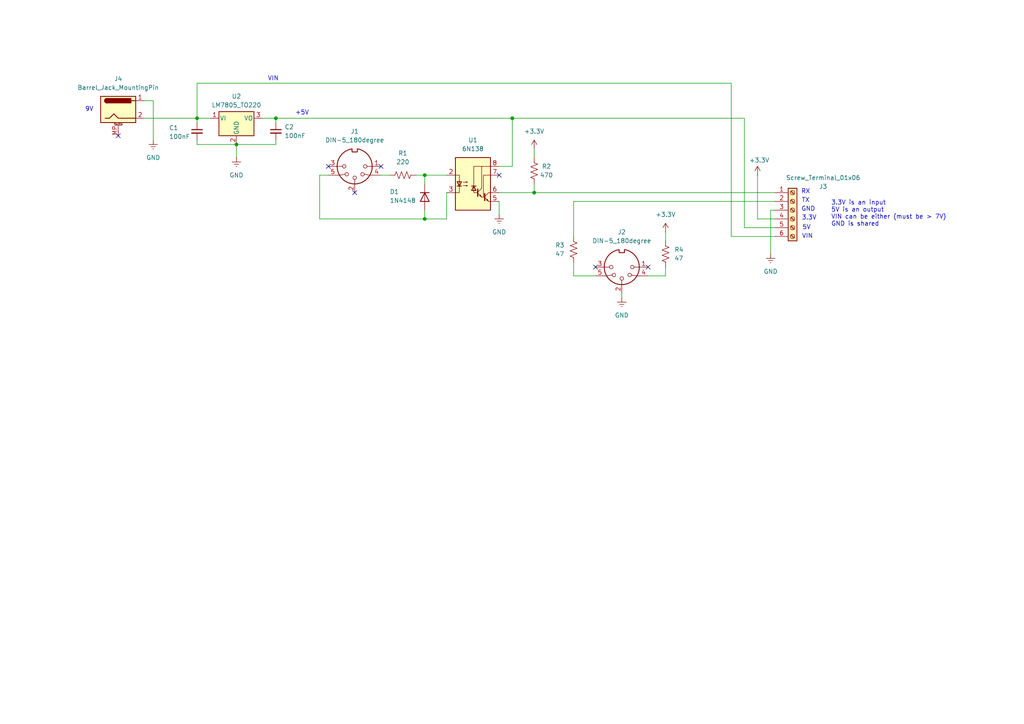
<source format=kicad_sch>
(kicad_sch (version 20231120) (generator "eeschema") (generator_version "8.0")
  (paper "A4")
  (title_block (title "MIDI Breakout + Power Supply") (date "2024-05-21") (rev "1") (comment 1 "MIDI pin numbers established looking from the front") (comment 2 "Barrel jack is 9v in, center-positive"))
  (lib_symbols
    (symbol "Connector:Barrel_Jack_MountingPin" (pin_names hide)
      (property "Reference" "J" (at 0 5.334 0))
      (property "Value" "Barrel_Jack_MountingPin" (at 1.27 -6.35 0))
      (symbol "Barrel_Jack_MountingPin_0_1"
        (rectangle (start -5.08 3.81) (end 5.08 -3.81) (stroke (width 0.254)) (fill (type background)))
        (arc (start -3.302 3.175) (mid -3.9343 2.54) (end -3.302 1.905) (stroke (width 0.254)))
        (arc (start -3.302 3.175) (mid -3.9343 2.54) (end -3.302 1.905) (stroke (width 0.254)) (fill (type outline)))
        (polyline (pts (xy 5.08 2.54) (xy 3.81 2.54)) (stroke (width 0.254)))
        (polyline (pts (xy -3.81 -2.54) (xy -2.54 -2.54) (xy -1.27 -1.27) (xy 0 -2.54) (xy 2.54 -2.54) (xy 5.08 -2.54)) (stroke (width 0.254)))
        (rectangle (start 3.683 3.175) (end -3.302 1.905) (stroke (width 0.254)) (fill (type outline)))
      )
      (symbol "Barrel_Jack_MountingPin_1_1"
        (polyline (pts (xy -1.016 -4.572) (xy 1.016 -4.572)) (stroke (width 0.1524)))
        (text "Mounting" (at 0 -4.191 0) (effects (font (size 0.381 0.381))))
        (pin passive line (at 7.62 2.54 180) (length 2.54) (name "~") (number "1"))
        (pin passive line (at 7.62 -2.54 180) (length 2.54) (name "~") (number "2"))
        (pin passive line (at 0 -7.62 90) (length 3.048) (name "MountPin") (number "MP"))
      )
    )
    (symbol "Connector:DIN-5_180degree" (pin_names (offset 1.016))
      (property "Reference" "J" (at 3.175 5.715 0))
      (property "Value" "DIN-5_180degree" (at 0 -6.35 0))
      (symbol "DIN-5_180degree_0_1"
        (arc (start -5.08 0) (mid -3.8609 -3.3364) (end -0.762 -5.08) (stroke (width 0.254)))
        (circle (center -3.048 0) (radius 0.508))
        (circle (center -2.286 2.286) (radius 0.508))
        (polyline (pts (xy -5.08 0) (xy -3.556 0)))
        (polyline (pts (xy 0 5.08) (xy 0 3.81)))
        (polyline (pts (xy 5.08 0) (xy 3.556 0)))
        (polyline (pts (xy -5.08 2.54) (xy -4.318 2.54) (xy -2.794 2.286)))
        (polyline (pts (xy 5.08 2.54) (xy 4.318 2.54) (xy 2.794 2.286)))
        (polyline (pts (xy -0.762 -4.953) (xy -0.762 -4.191) (xy 0.762 -4.191) (xy 0.762 -4.953)) (stroke (width 0.254)))
        (circle (center 0 3.302) (radius 0.508))
        (arc (start 0.762 -5.08) (mid 3.8685 -3.343) (end 5.08 0) (stroke (width 0.254)))
        (circle (center 2.286 2.286) (radius 0.508))
        (circle (center 3.048 0) (radius 0.508))
        (arc (start 5.08 0) (mid 0 5.0579) (end -5.08 0) (stroke (width 0.254)))
      )
      (symbol "DIN-5_180degree_1_1"
        (pin passive line (at -7.62 0 0) (length 2.54) (name "~") (number "1"))
        (pin passive line (at 0 7.62 270) (length 2.54) (name "~") (number "2"))
        (pin passive line (at 7.62 0 180) (length 2.54) (name "~") (number "3"))
        (pin passive line (at -7.62 2.54 0) (length 2.54) (name "~") (number "4"))
        (pin passive line (at 7.62 2.54 180) (length 2.54) (name "~") (number "5"))
      )
    )
    (symbol "Connector:Screw_Terminal_01x06" (pin_names (offset 1.016) hide)
      (property "Reference" "J" (at 0 7.62 0))
      (property "Value" "Screw_Terminal_01x06" (at 0 -10.16 0))
      (symbol "Screw_Terminal_01x06_1_1"
        (rectangle (start -1.27 6.35) (end 1.27 -8.89) (stroke (width 0.254)) (fill (type background)))
        (circle (center 0 -7.62) (radius 0.635) (stroke (width 0.1524)))
        (circle (center 0 -5.08) (radius 0.635) (stroke (width 0.1524)))
        (circle (center 0 -2.54) (radius 0.635) (stroke (width 0.1524)))
        (polyline (pts (xy -0.5334 -7.2898) (xy 0.3302 -8.128)) (stroke (width 0.1524)))
        (polyline (pts (xy -0.5334 -4.7498) (xy 0.3302 -5.588)) (stroke (width 0.1524)))
        (polyline (pts (xy -0.5334 -2.2098) (xy 0.3302 -3.048)) (stroke (width 0.1524)))
        (polyline (pts (xy -0.5334 0.3302) (xy 0.3302 -0.508)) (stroke (width 0.1524)))
        (polyline (pts (xy -0.5334 2.8702) (xy 0.3302 2.032)) (stroke (width 0.1524)))
        (polyline (pts (xy -0.5334 5.4102) (xy 0.3302 4.572)) (stroke (width 0.1524)))
        (polyline (pts (xy -0.3556 -7.112) (xy 0.508 -7.9502)) (stroke (width 0.1524)))
        (polyline (pts (xy -0.3556 -4.572) (xy 0.508 -5.4102)) (stroke (width 0.1524)))
        (polyline (pts (xy -0.3556 -2.032) (xy 0.508 -2.8702)) (stroke (width 0.1524)))
        (polyline (pts (xy -0.3556 0.508) (xy 0.508 -0.3302)) (stroke (width 0.1524)))
        (polyline (pts (xy -0.3556 3.048) (xy 0.508 2.2098)) (stroke (width 0.1524)))
        (polyline (pts (xy -0.3556 5.588) (xy 0.508 4.7498)) (stroke (width 0.1524)))
        (circle (center 0 0) (radius 0.635) (stroke (width 0.1524)))
        (circle (center 0 2.54) (radius 0.635) (stroke (width 0.1524)))
        (circle (center 0 5.08) (radius 0.635) (stroke (width 0.1524)))
        (pin passive line (at -5.08 5.08 0) (length 3.81) (name "Pin_1") (number "1"))
        (pin passive line (at -5.08 2.54 0) (length 3.81) (name "Pin_2") (number "2"))
        (pin passive line (at -5.08 0 0) (length 3.81) (name "Pin_3") (number "3"))
        (pin passive line (at -5.08 -2.54 0) (length 3.81) (name "Pin_4") (number "4"))
        (pin passive line (at -5.08 -5.08 0) (length 3.81) (name "Pin_5") (number "5"))
        (pin passive line (at -5.08 -7.62 0) (length 3.81) (name "Pin_6") (number "6"))
      )
    )
    (symbol "Device:C_Small" (pin_numbers hide) (pin_names (offset 0.254) hide)
      (property "Reference" "C" (at 0.254 1.778 0))
      (property "Value" "C_Small" (at 0.254 -2.032 0))
      (symbol "C_Small_0_1"
        (polyline (pts (xy -1.524 -0.508) (xy 1.524 -0.508)) (stroke (width 0.3302)))
        (polyline (pts (xy -1.524 0.508) (xy 1.524 0.508)) (stroke (width 0.3048)))
      )
      (symbol "C_Small_1_1"
        (pin passive line (at 0 2.54 270) (length 2.032) (name "~") (number "1"))
        (pin passive line (at 0 -2.54 90) (length 2.032) (name "~") (number "2"))
      )
    )
    (symbol "Device:R_US" (pin_numbers hide) (pin_names (offset 0))
      (property "Reference" "R" (at 2.54 0 90))
      (property "Value" "R_US" (at -2.54 0 90))
      (symbol "R_US_0_1"
        (polyline (pts (xy 0 -2.286) (xy 0 -2.54)))
        (polyline (pts (xy 0 2.286) (xy 0 2.54)))
        (polyline (pts (xy 0 -0.762) (xy 1.016 -1.143) (xy 0 -1.524) (xy -1.016 -1.905) (xy 0 -2.286)))
        (polyline (pts (xy 0 0.762) (xy 1.016 0.381) (xy 0 0) (xy -1.016 -0.381) (xy 0 -0.762)))
        (polyline (pts (xy 0 2.286) (xy 1.016 1.905) (xy 0 1.524) (xy -1.016 1.143) (xy 0 0.762)))
      )
      (symbol "R_US_1_1"
        (pin passive line (at 0 3.81 270) (length 1.27) (name "~") (number "1"))
        (pin passive line (at 0 -3.81 90) (length 1.27) (name "~") (number "2"))
      )
    )
    (symbol "Diode:1N4148" (pin_numbers hide) (pin_names hide)
      (property "Reference" "D" (at 0 2.54 0))
      (property "Value" "1N4148" (at 0 -2.54 0))
      (symbol "1N4148_0_1"
        (polyline (pts (xy -1.27 1.27) (xy -1.27 -1.27)) (stroke (width 0.254)))
        (polyline (pts (xy 1.27 0) (xy -1.27 0)))
        (polyline (pts (xy 1.27 1.27) (xy 1.27 -1.27) (xy -1.27 0) (xy 1.27 1.27)) (stroke (width 0.254)))
      )
      (symbol "1N4148_1_1"
        (pin passive line (at -3.81 0 0) (length 2.54) (name "K") (number "1"))
        (pin passive line (at 3.81 0 180) (length 2.54) (name "A") (number "2"))
      )
    )
    (symbol "Isolator:6N138" (pin_names (offset 1.016) hide)
      (property "Reference" "U" (at -4.064 8.89 0))
      (property "Value" "6N138" (at 2.286 8.89 0))
      (symbol "6N138_0_1"
        (rectangle (start -5.08 7.62) (end 5.08 -7.62) (stroke (width 0.254)) (fill (type background)))
        (polyline (pts (xy -4.572 -0.635) (xy -3.302 -0.635)) (stroke (width 0.254)))
        (polyline (pts (xy 0.889 -0.635) (xy -0.381 -0.635)) (stroke (width 0.254)))
        (polyline (pts (xy 1.397 -2.667) (xy 2.54 -3.81)))
        (polyline (pts (xy 1.397 -2.413) (xy 2.54 -1.27)))
        (polyline (pts (xy 2.54 -3.81) (xy 3.175 -3.81)))
        (polyline (pts (xy 3.429 -3.937) (xy 4.572 -5.08)))
        (polyline (pts (xy 3.429 -3.683) (xy 4.572 -2.54)))
        (polyline (pts (xy 4.572 -5.08) (xy 5.08 -5.08)))
        (polyline (pts (xy 4.572 -2.54) (xy 5.08 -2.54)))
        (polyline (pts (xy 1.397 -1.524) (xy 1.397 -3.556) (xy 1.397 -3.556)) (stroke (width 0.3556)))
        (polyline (pts (xy 2.54 -1.27) (xy 2.54 5.08) (xy 5.08 5.08)))
        (polyline (pts (xy 3.429 -2.794) (xy 3.429 -4.826) (xy 3.429 -4.826)) (stroke (width 0.3556)))
        (polyline (pts (xy 5.08 2.54) (xy 3.048 2.54) (xy 3.048 -3.81)))
        (polyline (pts (xy -5.08 -2.54) (xy -3.937 -2.54) (xy -3.937 2.54) (xy -5.08 2.54)))
        (polyline (pts (xy -3.937 -0.635) (xy -4.572 0.635) (xy -3.302 0.635) (xy -3.937 -0.635)) (stroke (width 0.254)))
        (polyline (pts (xy 0.254 -0.635) (xy 0.889 -1.905) (xy -0.381 -1.905) (xy 0.254 -0.635)) (stroke (width 0.254)))
        (polyline (pts (xy 1.27 -2.54) (xy 0.254 -2.54) (xy 0.254 5.08) (xy 2.54 5.08)))
        (polyline (pts (xy 2.413 -3.683) (xy 2.159 -3.175) (xy 1.905 -3.429) (xy 2.413 -3.683)))
        (polyline (pts (xy 4.445 -4.953) (xy 4.191 -4.445) (xy 3.937 -4.699) (xy 4.445 -4.953)))
        (polyline (pts (xy -2.794 -0.508) (xy -1.524 -0.508) (xy -1.905 -0.635) (xy -1.905 -0.381) (xy -1.524 -0.508)))
        (polyline (pts (xy -2.794 0.508) (xy -1.524 0.508) (xy -1.905 0.381) (xy -1.905 0.635) (xy -1.524 0.508)))
      )
      (symbol "6N138_1_1"
        (pin no_connect line (at -5.08 5.08 0) (length 2.54) hide (name "NC") (number "1"))
        (pin passive line (at -7.62 2.54 0) (length 2.54) (name "C1") (number "2"))
        (pin passive line (at -7.62 -2.54 0) (length 2.54) (name "C2") (number "3"))
        (pin no_connect line (at -5.08 -5.08 0) (length 2.54) hide (name "NC") (number "4"))
        (pin passive line (at 7.62 -5.08 180) (length 2.54) (name "GND") (number "5"))
        (pin passive line (at 7.62 -2.54 180) (length 2.54) (name "VO2") (number "6"))
        (pin passive line (at 7.62 2.54 180) (length 2.54) (name "VO1") (number "7"))
        (pin passive line (at 7.62 5.08 180) (length 2.54) (name "VCC") (number "8"))
      )
    )
    (symbol "Regulator_Linear:LM7805_TO220" (pin_names (offset 0.254))
      (property "Reference" "U" (at -3.81 3.175 0))
      (property "Value" "LM7805_TO220" (at 0 3.175 0))
      (symbol "LM7805_TO220_0_1"
        (rectangle (start -5.08 1.905) (end 5.08 -5.08) (stroke (width 0.254)) (fill (type background)))
      )
      (symbol "LM7805_TO220_1_1"
        (pin power_in line (at -7.62 0 0) (length 2.54) (name "VI") (number "1"))
        (pin power_in line (at 0 -7.62 90) (length 2.54) (name "GND") (number "2"))
        (pin power_out line (at 7.62 0 180) (length 2.54) (name "VO") (number "3"))
      )
    )
    (symbol "power:+3.3V" (power) (pin_numbers hide) (pin_names (offset 0) hide)
      (property "Value" "+3.3V" (at 0 3.556 0))
      (symbol "+3.3V_0_1"
        (polyline (pts (xy -0.762 1.27) (xy 0 2.54)))
        (polyline (pts (xy 0 0) (xy 0 2.54)))
        (polyline (pts (xy 0 2.54) (xy 0.762 1.27)))
      )
      (symbol "+3.3V_1_1"
        (pin power_in line (at 0 0 90) (length 0) (name "~") (number "1"))
      )
    )
    (symbol "power:GNDREF" (power) (pin_numbers hide) (pin_names (offset 0) hide)
      (property "Value" "GNDREF" (at 0 -3.81 0))
      (symbol "GNDREF_0_1"
        (polyline (pts (xy -0.635 -1.905) (xy 0.635 -1.905)))
        (polyline (pts (xy -0.127 -2.54) (xy 0.127 -2.54)))
        (polyline (pts (xy 0 -1.27) (xy 0 0)))
        (polyline (pts (xy 1.27 -1.27) (xy -1.27 -1.27)))
      )
      (symbol "GNDREF_1_1"
        (pin power_in line (at 0 0 270) (length 0) (name "~") (number "1"))
      )
    )
  )
  (junction (at 154.94 55.88))
  (junction (at 123.19 50.8))
  (junction (at 148.59 34.29))
  (junction (at 57.15 34.29))
  (junction (at 68.58 41.91))
  (junction (at 123.19 63.5))
  (junction (at 80.01 34.29))
  (no_connect (at 110.49 48.26))
  (no_connect (at 102.87 55.88))
  (no_connect (at 144.78 50.8))
  (no_connect (at 34.29 39.37))
  (no_connect (at 95.25 48.26))
  (no_connect (at 172.72 77.47))
  (no_connect (at 187.96 77.47))
  (wire (pts (xy 92.71 63.5) (xy 123.19 63.5)))
  (wire (pts (xy 120.65 50.8) (xy 123.19 50.8)))
  (wire (pts (xy 80.01 34.29) (xy 76.2 34.29)))
  (wire (pts (xy 123.19 60.96) (xy 123.19 63.5)))
  (wire (pts (xy 180.34 85.09) (xy 180.34 86.36)))
  (wire (pts (xy 215.9 66.04) (xy 224.79 66.04)))
  (wire (pts (xy 166.37 80.01) (xy 166.37 76.2)))
  (wire (pts (xy 144.78 48.26) (xy 148.59 48.26)))
  (wire (pts (xy 223.52 60.96) (xy 223.52 73.66)))
  (wire (pts (xy 215.9 34.29) (xy 215.9 66.04)))
  (wire (pts (xy 166.37 58.42) (xy 166.37 68.58)))
  (wire (pts (xy 92.71 63.5) (xy 92.71 50.8)))
  (wire (pts (xy 57.15 24.13) (xy 212.09 24.13)))
  (wire (pts (xy 129.54 55.88) (xy 129.54 63.5)))
  (wire (pts (xy 219.71 63.5) (xy 219.71 50.8)))
  (wire (pts (xy 57.15 34.29) (xy 57.15 24.13)))
  (wire (pts (xy 212.09 24.13) (xy 212.09 68.58)))
  (wire (pts (xy 144.78 58.42) (xy 144.78 62.23)))
  (wire (pts (xy 41.91 34.29) (xy 57.15 34.29)))
  (wire (pts (xy 224.79 60.96) (xy 223.52 60.96)))
  (wire (pts (xy 212.09 68.58) (xy 224.79 68.58)))
  (wire (pts (xy 80.01 35.56) (xy 80.01 34.29)))
  (wire (pts (xy 193.04 67.31) (xy 193.04 69.85)))
  (wire (pts (xy 148.59 34.29) (xy 215.9 34.29)))
  (wire (pts (xy 57.15 41.91) (xy 68.58 41.91)))
  (wire (pts (xy 80.01 41.91) (xy 80.01 40.64)))
  (wire (pts (xy 166.37 58.42) (xy 224.79 58.42)))
  (wire (pts (xy 148.59 48.26) (xy 148.59 34.29)))
  (wire (pts (xy 154.94 55.88) (xy 224.79 55.88)))
  (wire (pts (xy 123.19 50.8) (xy 129.54 50.8)))
  (wire (pts (xy 224.79 63.5) (xy 219.71 63.5)))
  (wire (pts (xy 154.94 53.34) (xy 154.94 55.88)))
  (wire (pts (xy 57.15 40.64) (xy 57.15 41.91)))
  (wire (pts (xy 68.58 41.91) (xy 68.58 45.72)))
  (wire (pts (xy 80.01 34.29) (xy 148.59 34.29)))
  (wire (pts (xy 92.71 50.8) (xy 95.25 50.8)))
  (wire (pts (xy 187.96 80.01) (xy 193.04 80.01)))
  (wire (pts (xy 123.19 63.5) (xy 129.54 63.5)))
  (wire (pts (xy 44.45 29.21) (xy 41.91 29.21)))
  (wire (pts (xy 57.15 34.29) (xy 60.96 34.29)))
  (wire (pts (xy 57.15 35.56) (xy 57.15 34.29)))
  (wire (pts (xy 44.45 29.21) (xy 44.45 40.64)))
  (wire (pts (xy 154.94 43.18) (xy 154.94 45.72)))
  (wire (pts (xy 193.04 80.01) (xy 193.04 77.47)))
  (wire (pts (xy 123.19 53.34) (xy 123.19 50.8)))
  (wire (pts (xy 110.49 50.8) (xy 113.03 50.8)))
  (wire (pts (xy 172.72 80.01) (xy 166.37 80.01)))
  (wire (pts (xy 144.78 55.88) (xy 154.94 55.88)))
  (wire (pts (xy 68.58 41.91) (xy 80.01 41.91)))
  (text "TX" (at 233.68 58.166 0) (effects (font (size 1.27 1.27))))
  (text "VIN" (at 234.188 68.58 0) (effects (font (size 1.27 1.27))))
  (text "3.3V" (at 234.696 63.246 0) (effects (font (size 1.27 1.27))))
  (text "5V" (at 233.934 66.04 0) (effects (font (size 1.27 1.27))))
  (text "GND\n" (at 234.442 60.706 0) (effects (font (size 1.27 1.27))))
  (text "VIN" (at 79.248 22.86 0) (effects (font (size 1.27 1.27))))
  (text "3.3V is an input\n5V is an output\nVIN can be either (must be > 7V)\nGND is shared" (at 241.046 61.976 0) (effects (font (size 1.27 1.27)) (justify left)))
  (text "RX" (at 233.68 55.626 0) (effects (font (size 1.27 1.27))))
  (text "+5V" (at 87.63 32.766 0) (effects (font (size 1.27 1.27))))
  (text "9V" (at 25.908 31.75 0) (effects (font (size 1.27 1.27))))
  (symbol (lib_id "Connector:Barrel_Jack_MountingPin") (at 34.29 31.75 0) (unit 1)
    (property "Reference" "J4" (at 34.29 22.86 0))
    (property "Value" "Barrel_Jack_MountingPin" (at 34.29 25.4 0))
    (property "Footprint" "Connector_BarrelJack:BarrelJack_CUI_PJ-102AH_Horizontal" (effects (hide yes)))
    (property "Description" "DC Barrel Jack with a mounting pin" (effects (hide yes)))
  )
  (symbol (lib_id "Device:R_US") (at 116.84 50.8 90) (unit 1)
    (property "Reference" "R1" (at 116.84 44.45 90))
    (property "Value" "220" (at 116.84 46.99 90))
    (property "Footprint" "Resistor_THT:R_Axial_DIN0204_L3.6mm_D1.6mm_P7.62mm_Horizontal" (effects (hide yes)))
    (property "Description" "Resistor, US symbol" (effects (hide yes)))
  )
  (symbol (lib_id "Isolator:6N138") (at 137.16 53.34 0) (unit 1)
    (property "Reference" "U1" (at 137.16 40.64 0))
    (property "Value" "6N138" (at 137.16 43.18 0))
    (property "Footprint" "Package_DIP:DIP-8_W7.62mm_Socket" (effects (hide yes)))
    (property "Datasheet" "http://www.onsemi.com/pub/Collateral/HCPL2731-D.pdf" (effects (hide yes)))
    (property "Description" "Low Input Current high Gain Split Darlington Optocouplers, -0.5V to 7V VDD, DIP-8" (effects (hide yes)))
  )
  (symbol (lib_id "Device:R_US") (at 193.04 73.66 0) (unit 1)
    (property "Reference" "R4" (at 195.58 72.39 0) (effects (justify left)))
    (property "Value" "47" (at 195.58 74.93 0) (effects (justify left)))
    (property "Footprint" "Resistor_THT:R_Axial_DIN0204_L3.6mm_D1.6mm_P7.62mm_Horizontal" (effects (hide yes)))
    (property "Description" "Resistor, US symbol" (effects (hide yes)))
  )
  (symbol (lib_id "Device:C_Small") (at 80.01 38.1 0) (unit 1)
    (property "Reference" "C2" (at 82.55 36.8362 0) (effects (justify left)))
    (property "Value" "100nF" (at 82.55 39.3762 0) (effects (justify left)))
    (property "Footprint" "Capacitor_THT:C_Disc_D3.4mm_W2.1mm_P2.50mm" (effects (hide yes)))
    (property "Description" "Unpolarized capacitor, small symbol" (effects (hide yes)))
  )
  (symbol (lib_id "Device:C_Small") (at 57.15 38.1 0) (unit 1)
    (property "Reference" "C1" (at 49.022 37.084 0) (effects (justify left)))
    (property "Value" "100nF" (at 49.022 39.624 0) (effects (justify left)))
    (property "Footprint" "Capacitor_THT:C_Disc_D3.4mm_W2.1mm_P2.50mm" (effects (hide yes)))
    (property "Description" "Unpolarized capacitor, small symbol" (effects (hide yes)))
  )
  (symbol (lib_id "power:GNDREF") (at 180.34 86.36 0) (unit 1)
    (property "Reference" "#PWR02" (effects (hide yes)))
    (property "Value" "GND" (at 180.34 91.44 0))
    (property "Description" "Power symbol creates a global label with name \"GNDREF\" , reference supply ground" (effects (hide yes)))
  )
  (symbol (lib_id "Regulator_Linear:LM7805_TO220") (at 68.58 34.29 0) (unit 1)
    (property "Reference" "U2" (at 68.58 27.94 0))
    (property "Value" "LM7805_TO220" (at 68.58 30.48 0))
    (property "Footprint" "Package_TO_SOT_THT:TO-220-3_Vertical" (effects (hide yes)))
    (property "Datasheet" "https://www.onsemi.cn/PowerSolutions/document/MC7800-D.PDF" (effects (hide yes)))
    (property "Description" "Positive 1A 35V Linear Regulator, Fixed Output 5V, TO-220" (effects (hide yes)))
  )
  (symbol (lib_id "Connector:Screw_Terminal_01x06") (at 229.87 60.96 0) (unit 1)
    (property "Reference" "J3" (at 238.76 54.102 0))
    (property "Value" "Screw_Terminal_01x06" (at 238.76 51.562 0))
    (property "Footprint" "TerminalBlock:TerminalBlock_bornier-6_P5.08mm" (effects (hide yes)))
    (property "Description" "Generic screw terminal, single row, 01x06, script generated (kicad-library-utils/schlib/autogen/connector/)" (effects (hide yes)))
  )
  (symbol (lib_id "power:GNDREF") (at 223.52 73.66 0) (unit 1)
    (property "Reference" "#PWR03" (effects (hide yes)))
    (property "Value" "GND" (at 223.52 78.74 0))
    (property "Description" "Power symbol creates a global label with name \"GNDREF\" , reference supply ground" (effects (hide yes)))
  )
  (symbol (lib_id "power:GNDREF") (at 144.78 62.23 0) (unit 1)
    (property "Reference" "#PWR01" (effects (hide yes)))
    (property "Value" "GND" (at 144.78 67.31 0))
    (property "Description" "Power symbol creates a global label with name \"GNDREF\" , reference supply ground" (effects (hide yes)))
  )
  (symbol (lib_id "Connector:DIN-5_180degree") (at 180.34 77.47 180) (unit 1)
    (property "Reference" "J2" (at 180.3399 67.31 0))
    (property "Value" "DIN-5_180degree" (at 180.3399 69.85 0))
    (property "Footprint" "Eurocad:MIDI_DIN5" (effects (hide yes)))
    (property "Datasheet" "http://www.mouser.com/ds/2/18/40_c091_abd_e-75918.pdf" (effects (hide yes)))
    (property "Description" "5-pin DIN connector (5-pin DIN-5 stereo)" (effects (hide yes)))
  )
  (symbol (lib_id "power:+3.3V") (at 154.94 43.18 0) (unit 1)
    (property "Reference" "#PWR05" (effects (hide yes)))
    (property "Value" "+3.3V" (at 154.94 38.1 0))
    (property "Description" "Power symbol creates a global label with name \"+3.3V\"" (effects (hide yes)))
  )
  (symbol (lib_id "power:+3.3V") (at 219.71 50.8 0) (unit 1)
    (property "Reference" "#PWR013" (effects (hide yes)))
    (property "Value" "+3.3V" (at 220.218 46.482 0))
    (property "Description" "Power symbol creates a global label with name \"+3.3V\"" (effects (hide yes)))
  )
  (symbol (lib_id "power:+3.3V") (at 193.04 67.31 0) (unit 1)
    (property "Reference" "#PWR07" (effects (hide yes)))
    (property "Value" "+3.3V" (at 193.04 62.23 0))
    (property "Description" "Power symbol creates a global label with name \"+3.3V\"" (effects (hide yes)))
  )
  (symbol (lib_id "power:GNDREF") (at 44.45 40.64 0) (unit 1)
    (property "Reference" "#PWR08" (effects (hide yes)))
    (property "Value" "GND" (at 44.45 45.72 0))
    (property "Description" "Power symbol creates a global label with name \"GNDREF\" , reference supply ground" (effects (hide yes)))
  )
  (symbol (lib_id "power:GNDREF") (at 68.58 45.72 0) (unit 1)
    (property "Reference" "#PWR04" (effects (hide yes)))
    (property "Value" "GND" (at 68.58 50.8 0))
    (property "Description" "Power symbol creates a global label with name \"GNDREF\" , reference supply ground" (effects (hide yes)))
  )
  (symbol (lib_id "Device:R_US") (at 154.94 49.53 0) (unit 1)
    (property "Reference" "R2" (at 158.496 48.26 0))
    (property "Value" "470" (at 158.496 50.8 0))
    (property "Footprint" "Resistor_THT:R_Axial_DIN0204_L3.6mm_D1.6mm_P7.62mm_Horizontal" (effects (hide yes)))
    (property "Description" "Resistor, US symbol" (effects (hide yes)))
  )
  (symbol (lib_id "Device:R_US") (at 166.37 72.39 0) (unit 1)
    (property "Reference" "R3" (at 161.036 71.12 0) (effects (justify left)))
    (property "Value" "47" (at 161.036 73.66 0) (effects (justify left)))
    (property "Footprint" "Resistor_THT:R_Axial_DIN0204_L3.6mm_D1.6mm_P7.62mm_Horizontal" (effects (hide yes)))
    (property "Description" "Resistor, US symbol" (effects (hide yes)))
  )
  (symbol (lib_id "Diode:1N4148") (at 123.19 57.15 270) (unit 1)
    (property "Reference" "D1" (at 113.03 55.626 90) (effects (justify left)))
    (property "Value" "1N4148" (at 113.03 58.166 90) (effects (justify left)))
    (property "Footprint" "Diode_THT:D_DO-35_SOD27_P7.62mm_Horizontal" (effects (hide yes)))
    (property "Datasheet" "https://assets.nexperia.com/documents/data-sheet/1N4148_1N4448.pdf" (effects (hide yes)))
    (property "Description" "100V 0.15A standard switching diode, DO-35" (effects (hide yes)))
    (property "Sim.Device" "D" (effects (hide yes)))
    (property "Sim.Pins" "1=K 2=A" (effects (hide yes)))
  )
  (symbol (lib_id "Connector:DIN-5_180degree") (at 102.87 48.26 180) (unit 1)
    (property "Reference" "J1" (at 102.8699 38.1 0))
    (property "Value" "DIN-5_180degree" (at 102.8699 40.64 0))
    (property "Footprint" "Eurocad:MIDI_DIN5" (effects (hide yes)))
    (property "Datasheet" "http://www.mouser.com/ds/2/18/40_c091_abd_e-75918.pdf" (effects (hide yes)))
    (property "Description" "5-pin DIN connector (5-pin DIN-5 stereo)" (effects (hide yes)))
  )
)
</source>
